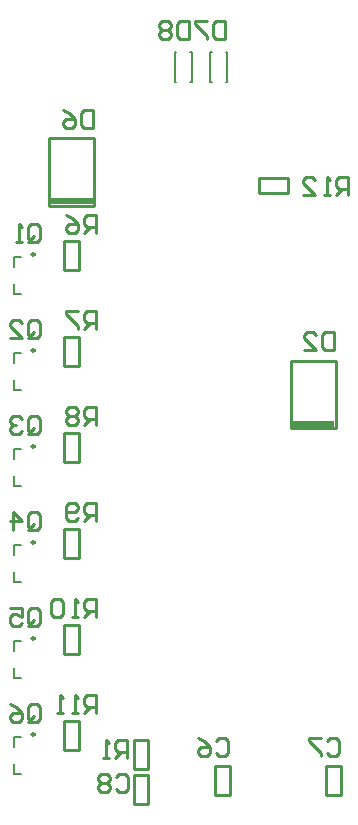
<source format=gbo>
G04 Layer_Color=32896*
%FSLAX44Y44*%
%MOMM*%
G71*
G01*
G75*
%ADD20C,0.2540*%
%ADD34C,0.2500*%
%ADD36C,0.2000*%
%ADD38R,3.6830X0.5080*%
%ADD60C,0.1270*%
D20*
X570449Y176108D02*
Y200608D01*
X557949D02*
X570449D01*
X557949Y176108D02*
Y200608D01*
Y176108D02*
X570449D01*
X557949Y146553D02*
Y171053D01*
Y146553D02*
X570449D01*
Y171053D01*
X557949D02*
X570449D01*
X639269Y153876D02*
Y178376D01*
X626769D02*
X639269D01*
X626769Y153876D02*
Y178376D01*
Y153876D02*
X639269D01*
X733306D02*
Y178376D01*
X720806D02*
X733306D01*
X720806Y153876D02*
Y178376D01*
Y153876D02*
X733306D01*
X688667Y663728D02*
Y676228D01*
X664167Y663728D02*
X688667D01*
X664167D02*
Y676228D01*
X688667D01*
X486410Y652780D02*
X524510D01*
X486410D02*
Y709930D01*
X524510D01*
Y652780D02*
Y709930D01*
X499362Y598367D02*
X511862D01*
X499362D02*
Y622867D01*
X511862D01*
Y598367D02*
Y622867D01*
X499362Y517496D02*
X511862D01*
X499362D02*
Y541996D01*
X511862D01*
Y517496D02*
Y541996D01*
X499362Y435834D02*
X511862D01*
X499362D02*
Y460334D01*
X511862D01*
Y435834D02*
Y460334D01*
X499362Y354508D02*
X511862D01*
X499362D02*
Y379008D01*
X511862D01*
Y354508D02*
Y379008D01*
X499362Y273247D02*
X511862D01*
X499362D02*
Y297747D01*
X511862D01*
Y273247D02*
Y297747D01*
X499362Y191986D02*
X511862D01*
X499362D02*
Y216486D01*
X511862D01*
Y191986D02*
Y216486D01*
X690946Y464644D02*
X729046D01*
X690946D02*
Y521794D01*
X729046D01*
Y464644D02*
Y521794D01*
X552778Y185001D02*
Y200236D01*
X545161D01*
X542621Y197697D01*
Y192618D01*
X545161Y190079D01*
X552778D01*
X547700D02*
X542621Y185001D01*
X537543D02*
X532465D01*
X535004D01*
Y200236D01*
X537543Y197697D01*
X543061Y168957D02*
X545601Y171496D01*
X550679D01*
X553218Y168957D01*
Y158800D01*
X550679Y156261D01*
X545601D01*
X543061Y158800D01*
X537983Y168957D02*
X535444Y171496D01*
X530365D01*
X527826Y168957D01*
Y166418D01*
X530365Y163879D01*
X527826Y161340D01*
Y158800D01*
X530365Y156261D01*
X535444D01*
X537983Y158800D01*
Y161340D01*
X535444Y163879D01*
X537983Y166418D01*
Y168957D01*
X535444Y163879D02*
X530365D01*
X721946Y199943D02*
X724485Y202482D01*
X729563D01*
X732103Y199943D01*
Y189786D01*
X729563Y187247D01*
X724485D01*
X721946Y189786D01*
X716868Y202482D02*
X706711D01*
Y199943D01*
X716868Y189786D01*
Y187247D01*
X627966Y200035D02*
X630505Y202575D01*
X635583D01*
X638122Y200035D01*
Y189879D01*
X635583Y187340D01*
X630505D01*
X627966Y189879D01*
X612731Y202575D02*
X617809Y200035D01*
X622887Y194957D01*
Y189879D01*
X620348Y187340D01*
X615270D01*
X612731Y189879D01*
Y192418D01*
X615270Y194957D01*
X622887D01*
X605200Y809622D02*
Y794387D01*
X597583D01*
X595044Y796926D01*
Y807083D01*
X597583Y809622D01*
X605200D01*
X589965Y807083D02*
X587426Y809622D01*
X582348D01*
X579809Y807083D01*
Y804544D01*
X582348Y802004D01*
X579809Y799465D01*
Y796926D01*
X582348Y794387D01*
X587426D01*
X589965Y796926D01*
Y799465D01*
X587426Y802004D01*
X589965Y804544D01*
Y807083D01*
X587426Y802004D02*
X582348D01*
X635219Y809683D02*
Y794448D01*
X627601D01*
X625062Y796988D01*
Y807144D01*
X627601Y809683D01*
X635219D01*
X619983D02*
X609827D01*
Y807144D01*
X619983Y796988D01*
Y794448D01*
X739917Y662358D02*
Y677593D01*
X732300D01*
X729761Y675054D01*
Y669975D01*
X732300Y667436D01*
X739917D01*
X734839D02*
X729761Y662358D01*
X724682D02*
X719604D01*
X722143D01*
Y677593D01*
X724682Y675054D01*
X701830Y662358D02*
X711986D01*
X701830Y672514D01*
Y675054D01*
X704369Y677593D01*
X709447D01*
X711986Y675054D01*
X727791Y545929D02*
Y530694D01*
X720173D01*
X717634Y533233D01*
Y543390D01*
X720173Y545929D01*
X727791D01*
X702399Y530694D02*
X712556D01*
X702399Y540851D01*
Y543390D01*
X704938Y545929D01*
X710016D01*
X712556Y543390D01*
X523240Y734055D02*
Y718820D01*
X515622D01*
X513083Y721359D01*
Y731516D01*
X515622Y734055D01*
X523240D01*
X497848D02*
X502927Y731516D01*
X508005Y726438D01*
Y721359D01*
X505466Y718820D01*
X500387D01*
X497848Y721359D01*
Y723898D01*
X500387Y726438D01*
X508005D01*
X468609Y624626D02*
Y634783D01*
X471148Y637322D01*
X476227D01*
X478766Y634783D01*
Y624626D01*
X476227Y622087D01*
X471148D01*
X473687Y627165D02*
X468609Y622087D01*
X471148D02*
X468609Y624626D01*
X463531Y622087D02*
X458452D01*
X460992D01*
Y637322D01*
X463531Y634783D01*
X468609Y543346D02*
Y553503D01*
X471148Y556042D01*
X476227D01*
X478766Y553503D01*
Y543346D01*
X476227Y540807D01*
X471148D01*
X473687Y545885D02*
X468609Y540807D01*
X471148D02*
X468609Y543346D01*
X453374Y540807D02*
X463531D01*
X453374Y550964D01*
Y553503D01*
X455913Y556042D01*
X460992D01*
X463531Y553503D01*
X468609Y462066D02*
Y472223D01*
X471148Y474762D01*
X476227D01*
X478766Y472223D01*
Y462066D01*
X476227Y459527D01*
X471148D01*
X473687Y464605D02*
X468609Y459527D01*
X471148D02*
X468609Y462066D01*
X463531Y472223D02*
X460992Y474762D01*
X455913D01*
X453374Y472223D01*
Y469684D01*
X455913Y467145D01*
X458452D01*
X455913D01*
X453374Y464605D01*
Y462066D01*
X455913Y459527D01*
X460992D01*
X463531Y462066D01*
X468609Y380786D02*
Y390943D01*
X471148Y393482D01*
X476227D01*
X478766Y390943D01*
Y380786D01*
X476227Y378247D01*
X471148D01*
X473687Y383325D02*
X468609Y378247D01*
X471148D02*
X468609Y380786D01*
X455913Y378247D02*
Y393482D01*
X463531Y385864D01*
X453374D01*
X468609Y299506D02*
Y309663D01*
X471148Y312202D01*
X476227D01*
X478766Y309663D01*
Y299506D01*
X476227Y296967D01*
X471148D01*
X473687Y302045D02*
X468609Y296967D01*
X471148D02*
X468609Y299506D01*
X453374Y312202D02*
X463531D01*
Y304585D01*
X458452Y307124D01*
X455913D01*
X453374Y304585D01*
Y299506D01*
X455913Y296967D01*
X460992D01*
X463531Y299506D01*
X468609Y218226D02*
Y228383D01*
X471148Y230922D01*
X476227D01*
X478766Y228383D01*
Y218226D01*
X476227Y215687D01*
X471148D01*
X473687Y220765D02*
X468609Y215687D01*
X471148D02*
X468609Y218226D01*
X453374Y230922D02*
X458452Y228383D01*
X463531Y223305D01*
Y218226D01*
X460992Y215687D01*
X455913D01*
X453374Y218226D01*
Y220765D01*
X455913Y223305D01*
X463531D01*
X526361Y629690D02*
Y644925D01*
X518743D01*
X516204Y642386D01*
Y637307D01*
X518743Y634768D01*
X526361D01*
X521282D02*
X516204Y629690D01*
X500969Y644925D02*
X506047Y642386D01*
X511125Y637307D01*
Y632229D01*
X508586Y629690D01*
X503508D01*
X500969Y632229D01*
Y634768D01*
X503508Y637307D01*
X511125D01*
X526361Y548819D02*
Y564054D01*
X518743D01*
X516204Y561515D01*
Y556437D01*
X518743Y553897D01*
X526361D01*
X521282D02*
X516204Y548819D01*
X511125Y564054D02*
X500969D01*
Y561515D01*
X511125Y551358D01*
Y548819D01*
X526361Y467157D02*
Y482392D01*
X518743D01*
X516204Y479853D01*
Y474775D01*
X518743Y472236D01*
X526361D01*
X521282D02*
X516204Y467157D01*
X511125Y479853D02*
X508586Y482392D01*
X503508D01*
X500969Y479853D01*
Y477314D01*
X503508Y474775D01*
X500969Y472236D01*
Y469696D01*
X503508Y467157D01*
X508586D01*
X511125Y469696D01*
Y472236D01*
X508586Y474775D01*
X511125Y477314D01*
Y479853D01*
X508586Y474775D02*
X503508D01*
X526361Y385831D02*
Y401066D01*
X518743D01*
X516204Y398527D01*
Y393448D01*
X518743Y390909D01*
X526361D01*
X521282D02*
X516204Y385831D01*
X511125Y388370D02*
X508586Y385831D01*
X503508D01*
X500969Y388370D01*
Y398527D01*
X503508Y401066D01*
X508586D01*
X511125Y398527D01*
Y395988D01*
X508586Y393448D01*
X500969D01*
X526361Y304570D02*
Y319805D01*
X518743D01*
X516204Y317266D01*
Y312188D01*
X518743Y309648D01*
X526361D01*
X521282D02*
X516204Y304570D01*
X511125D02*
X506047D01*
X508586D01*
Y319805D01*
X511125Y317266D01*
X498430D02*
X495890Y319805D01*
X490812D01*
X488273Y317266D01*
Y307109D01*
X490812Y304570D01*
X495890D01*
X498430Y307109D01*
Y317266D01*
X526361Y223309D02*
Y238544D01*
X518743D01*
X516204Y236005D01*
Y230927D01*
X518743Y228388D01*
X526361D01*
X521282D02*
X516204Y223309D01*
X511125D02*
X506047D01*
X508586D01*
Y238544D01*
X511125Y236005D01*
X498430Y223309D02*
X493351D01*
X495890D01*
Y238544D01*
X498430Y236005D01*
D34*
X474320Y611889D02*
G03*
X474320Y611889I-1250J0D01*
G01*
Y530609D02*
G03*
X474320Y530609I-1250J0D01*
G01*
Y449329D02*
G03*
X474320Y449329I-1250J0D01*
G01*
Y368049D02*
G03*
X474320Y368049I-1250J0D01*
G01*
Y286769D02*
G03*
X474320Y286769I-1250J0D01*
G01*
Y205489D02*
G03*
X474320Y205489I-1250J0D01*
G01*
D36*
X456820Y609139D02*
X462820D01*
X456820Y600889D02*
Y609139D01*
Y578139D02*
X462820D01*
X456820D02*
Y586389D01*
Y527859D02*
X462820D01*
X456820Y519609D02*
Y527859D01*
Y496859D02*
X462820D01*
X456820D02*
Y505109D01*
Y446579D02*
X462820D01*
X456820Y438329D02*
Y446579D01*
Y415579D02*
X462820D01*
X456820D02*
Y423829D01*
Y365299D02*
X462820D01*
X456820Y357049D02*
Y365299D01*
Y334299D02*
X462820D01*
X456820D02*
Y342549D01*
Y284019D02*
X462820D01*
X456820Y275769D02*
Y284019D01*
Y253019D02*
X462820D01*
X456820D02*
Y261269D01*
Y202739D02*
X462820D01*
X456820Y194489D02*
Y202739D01*
Y171739D02*
X462820D01*
X456820D02*
Y179989D01*
D38*
X504825Y656590D02*
D03*
X709361Y468455D02*
D03*
D60*
X607208Y758092D02*
Y783492D01*
X592984Y757838D02*
Y783238D01*
X605938Y758092D02*
X607208D01*
X592984Y783238D02*
X594254D01*
X592984Y757838D02*
X594254D01*
X605938Y783492D02*
X607208D01*
X637208Y758092D02*
Y783492D01*
X622984Y757838D02*
Y783238D01*
X635938Y758092D02*
X637208D01*
X622984Y783238D02*
X624254D01*
X622984Y757838D02*
X624254D01*
X635938Y783492D02*
X637208D01*
M02*

</source>
